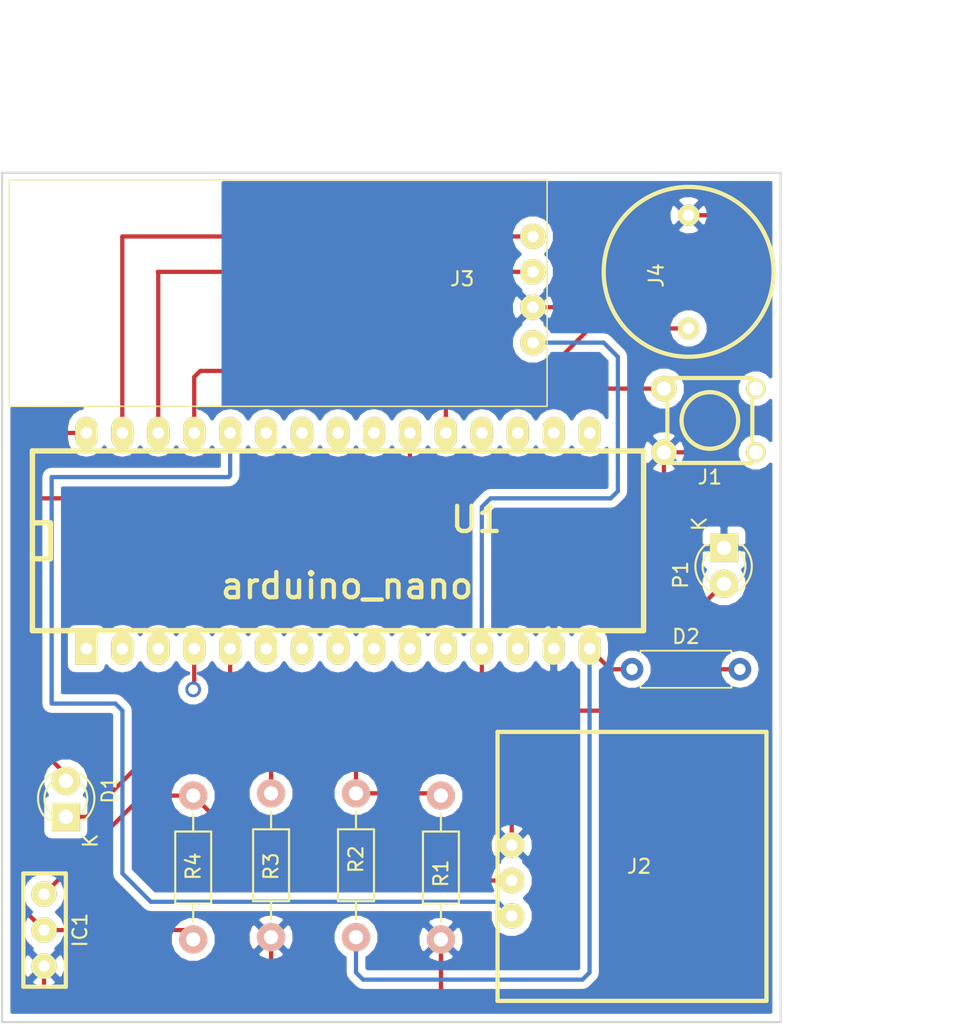
<source format=kicad_pcb>
(kicad_pcb (version 4) (host pcbnew 4.0.2-stable)

  (general
    (links 21)
    (no_connects 6)
    (area 99.825 88.15 173 160.075001)
    (thickness 1.6)
    (drawings 11)
    (tracks 110)
    (zones 0)
    (modules 13)
    (nets 35)
  )

  (page A4)
  (layers
    (0 F.Cu signal)
    (31 B.Cu signal)
    (32 B.Adhes user)
    (33 F.Adhes user)
    (34 B.Paste user)
    (35 F.Paste user)
    (36 B.SilkS user)
    (37 F.SilkS user)
    (38 B.Mask user)
    (39 F.Mask user)
    (40 Dwgs.User user)
    (41 Cmts.User user)
    (42 Eco1.User user)
    (43 Eco2.User user)
    (44 Edge.Cuts user)
    (45 Margin user)
    (46 B.CrtYd user)
    (47 F.CrtYd user)
    (48 B.Fab user)
    (49 F.Fab user)
  )

  (setup
    (last_trace_width 0.3)
    (trace_clearance 0.25)
    (zone_clearance 0.6)
    (zone_45_only yes)
    (trace_min 0.2)
    (segment_width 0.2)
    (edge_width 0.15)
    (via_size 1.1)
    (via_drill 0.7)
    (via_min_size 0.4)
    (via_min_drill 0.3)
    (uvia_size 0.508)
    (uvia_drill 0.127)
    (uvias_allowed no)
    (uvia_min_size 0.2)
    (uvia_min_drill 0.1)
    (pcb_text_width 0.3)
    (pcb_text_size 1.5 1.5)
    (mod_edge_width 0.15)
    (mod_text_size 1 1)
    (mod_text_width 0.15)
    (pad_size 1.8 1.8)
    (pad_drill 0.8)
    (pad_to_mask_clearance 0.2)
    (aux_axis_origin 0 0)
    (visible_elements 7FFFFFFF)
    (pcbplotparams
      (layerselection 0x010fc_80000001)
      (usegerberextensions true)
      (usegerberattributes true)
      (excludeedgelayer true)
      (linewidth 0.100000)
      (plotframeref true)
      (viasonmask false)
      (mode 1)
      (useauxorigin true)
      (hpglpennumber 1)
      (hpglpenspeed 20)
      (hpglpendiameter 15)
      (hpglpenoverlay 2)
      (psnegative false)
      (psa4output false)
      (plotreference true)
      (plotvalue true)
      (plotinvisibletext false)
      (padsonsilk true)
      (subtractmaskfromsilk false)
      (outputformat 1)
      (mirror false)
      (drillshape 0)
      (scaleselection 1)
      (outputdirectory GerberOutput/))
  )

  (net 0 "")
  (net 1 GNDREF)
  (net 2 "Net-(D1-Pad1)")
  (net 3 "Net-(D1-Pad2)")
  (net 4 "Net-(IC1-Pad3)")
  (net 5 "Net-(IC1-Pad2)")
  (net 6 "Net-(J1-Pad3)")
  (net 7 "Net-(J1-Pad1)")
  (net 8 "Net-(J1-Pad4)")
  (net 9 "Net-(J2-Pad1)")
  (net 10 +9V)
  (net 11 "Net-(U1-Pad1)")
  (net 12 "Net-(U1-Pad2)")
  (net 13 "Net-(U1-Pad3)")
  (net 14 "Net-(U1-Pad6)")
  (net 15 "Net-(U1-Pad7)")
  (net 16 "Net-(U1-Pad8)")
  (net 17 "Net-(U1-Pad9)")
  (net 18 "Net-(U1-Pad10)")
  (net 19 "Net-(U1-Pad11)")
  (net 20 "Net-(U1-Pad13)")
  (net 21 "Net-(U1-Pad16)")
  (net 22 "Net-(U1-Pad17)")
  (net 23 "Net-(U1-Pad18)")
  (net 24 GND)
  (net 25 "Net-(U1-Pad22)")
  (net 26 "Net-(U1-Pad23)")
  (net 27 "Net-(U1-Pad24)")
  (net 28 "Net-(U1-Pad25)")
  (net 29 "Net-(U1-Pad4)")
  (net 30 "Net-(D2-Pad1)")
  (net 31 "Net-(J3-Pad1)")
  (net 32 "Net-(R2-Pad1)")
  (net 33 "Net-(J4-Pad3)")
  (net 34 "Net-(J4-Pad4)")

  (net_class Default "Dies ist die voreingestellte Netzklasse."
    (clearance 0.25)
    (trace_width 0.3)
    (via_dia 1.1)
    (via_drill 0.7)
    (uvia_dia 0.508)
    (uvia_drill 0.127)
    (add_net +9V)
    (add_net GND)
    (add_net GNDREF)
    (add_net "Net-(D1-Pad1)")
    (add_net "Net-(D1-Pad2)")
    (add_net "Net-(D2-Pad1)")
    (add_net "Net-(IC1-Pad2)")
    (add_net "Net-(IC1-Pad3)")
    (add_net "Net-(J1-Pad1)")
    (add_net "Net-(J1-Pad3)")
    (add_net "Net-(J1-Pad4)")
    (add_net "Net-(J2-Pad1)")
    (add_net "Net-(J3-Pad1)")
    (add_net "Net-(J4-Pad3)")
    (add_net "Net-(J4-Pad4)")
    (add_net "Net-(R2-Pad1)")
    (add_net "Net-(U1-Pad1)")
    (add_net "Net-(U1-Pad10)")
    (add_net "Net-(U1-Pad11)")
    (add_net "Net-(U1-Pad13)")
    (add_net "Net-(U1-Pad16)")
    (add_net "Net-(U1-Pad17)")
    (add_net "Net-(U1-Pad18)")
    (add_net "Net-(U1-Pad2)")
    (add_net "Net-(U1-Pad22)")
    (add_net "Net-(U1-Pad23)")
    (add_net "Net-(U1-Pad24)")
    (add_net "Net-(U1-Pad25)")
    (add_net "Net-(U1-Pad3)")
    (add_net "Net-(U1-Pad4)")
    (add_net "Net-(U1-Pad6)")
    (add_net "Net-(U1-Pad7)")
    (add_net "Net-(U1-Pad8)")
    (add_net "Net-(U1-Pad9)")
  )

  (module myPiezzo:PIEZZO (layer F.Cu) (tedit 579E061D) (tstamp 57AEBB73)
    (at 148.5 107 270)
    (path /578A34FC)
    (fp_text reference J4 (at 0.254 2.286 270) (layer F.SilkS)
      (effects (font (size 1 1) (thickness 0.15)))
    )
    (fp_text value HC-06 (at 1 -2 270) (layer F.Fab)
      (effects (font (size 1 1) (thickness 0.15)))
    )
    (fp_circle (center 0 0) (end 6 0) (layer F.SilkS) (width 0.3))
    (pad 1 thru_hole circle (at 4 0 270) (size 1.524 1.524) (drill 0.8) (layers *.Cu *.Mask F.SilkS)
      (net 4 "Net-(IC1-Pad3)"))
    (pad 2 thru_hole circle (at -4 0 270) (size 1.524 1.524) (drill 0.8) (layers *.Cu *.Mask F.SilkS)
      (net 1 GNDREF))
  )

  (module LEDs:LED-3MM (layer F.Cu) (tedit 559B82F6) (tstamp 57AEBB3D)
    (at 104.5 145.5 90)
    (descr "LED 3mm round vertical")
    (tags "LED  3mm round vertical")
    (path /5788DA4B)
    (fp_text reference D1 (at 1.91 3.06 90) (layer F.SilkS)
      (effects (font (size 1 1) (thickness 0.15)))
    )
    (fp_text value LED (at 1.3 -2.9 90) (layer F.Fab)
      (effects (font (size 1 1) (thickness 0.15)))
    )
    (fp_line (start -1.2 2.3) (end 3.8 2.3) (layer F.CrtYd) (width 0.05))
    (fp_line (start 3.8 2.3) (end 3.8 -2.2) (layer F.CrtYd) (width 0.05))
    (fp_line (start 3.8 -2.2) (end -1.2 -2.2) (layer F.CrtYd) (width 0.05))
    (fp_line (start -1.2 -2.2) (end -1.2 2.3) (layer F.CrtYd) (width 0.05))
    (fp_line (start -0.199 1.314) (end -0.199 1.114) (layer F.SilkS) (width 0.15))
    (fp_line (start -0.199 -1.28) (end -0.199 -1.1) (layer F.SilkS) (width 0.15))
    (fp_arc (start 1.301 0.034) (end -0.199 -1.286) (angle 108.5) (layer F.SilkS) (width 0.15))
    (fp_arc (start 1.301 0.034) (end 0.25 -1.1) (angle 85.7) (layer F.SilkS) (width 0.15))
    (fp_arc (start 1.311 0.034) (end 3.051 0.994) (angle 110) (layer F.SilkS) (width 0.15))
    (fp_arc (start 1.301 0.034) (end 2.335 1.094) (angle 87.5) (layer F.SilkS) (width 0.15))
    (fp_text user K (at -1.69 1.74 90) (layer F.SilkS)
      (effects (font (size 1 1) (thickness 0.15)))
    )
    (pad 1 thru_hole rect (at 0 0 180) (size 2 2) (drill 1.00076) (layers *.Cu *.Mask F.SilkS)
      (net 2 "Net-(D1-Pad1)"))
    (pad 2 thru_hole circle (at 2.54 0 90) (size 2 2) (drill 1.00076) (layers *.Cu *.Mask F.SilkS)
      (net 3 "Net-(D1-Pad2)"))
    (model LEDs.3dshapes/LED-3MM.wrl
      (at (xyz 0.05 0 0))
      (scale (xyz 1 1 1))
      (rotate (xyz 0 0 90))
    )
  )

  (module DS18B20:DS18B20 (layer F.Cu) (tedit 58B2CEF4) (tstamp 57AEBB48)
    (at 105.5 153.5 270)
    (path /5788DF8B)
    (fp_text reference IC1 (at 0 0 270) (layer F.SilkS)
      (effects (font (size 1 1) (thickness 0.15)))
    )
    (fp_text value DS18B20 (at -0.5 4.5 270) (layer F.Fab)
      (effects (font (size 1 1) (thickness 0.15)))
    )
    (fp_line (start -4 1) (end 4 1) (layer F.SilkS) (width 0.3))
    (fp_line (start 4 1) (end 4 4) (layer F.SilkS) (width 0.3))
    (fp_line (start 4 4) (end -4 4) (layer F.SilkS) (width 0.3))
    (fp_line (start -4 4) (end -4 1) (layer F.SilkS) (width 0.3))
    (pad 3 thru_hole circle (at -2.54 2.54 270) (size 1.8 1.8) (drill 0.8) (layers *.Cu *.Mask F.SilkS)
      (net 4 "Net-(IC1-Pad3)"))
    (pad 2 thru_hole circle (at 0 2.54 270) (size 1.8 1.8) (drill 0.8) (layers *.Cu *.Mask F.SilkS)
      (net 5 "Net-(IC1-Pad2)"))
    (pad 1 thru_hole circle (at 2.54 2.54 270) (size 1.8 1.8) (drill 0.8) (layers *.Cu *.Mask F.SilkS)
      (net 1 GNDREF))
  )

  (module KHTaster:KHTaster (layer F.Cu) (tedit 58B2DE62) (tstamp 57AEBB55)
    (at 150 117.5 180)
    (path /578A6220)
    (fp_text reference J1 (at 0 -4 180) (layer F.SilkS)
      (effects (font (size 1 1) (thickness 0.15)))
    )
    (fp_text value KHTaster (at -1 -5.5 180) (layer F.Fab)
      (effects (font (size 1 1) (thickness 0.15)))
    )
    (fp_circle (center 0 0) (end 0 -2) (layer F.SilkS) (width 0.3))
    (fp_line (start -3 -3) (end -3 3) (layer F.SilkS) (width 0.3))
    (fp_line (start -3 3) (end 3 3) (layer F.SilkS) (width 0.3))
    (fp_line (start 3 3) (end 3 -3) (layer F.SilkS) (width 0.3))
    (fp_line (start 3 -3) (end -3 -3) (layer F.SilkS) (width 0.3))
    (pad 3 thru_hole circle (at -3.25 -2.25 180) (size 1.4 1.4) (drill 1) (layers *.Cu *.Mask F.SilkS)
      (net 6 "Net-(J1-Pad3)"))
    (pad 2 thru_hole circle (at 3.25 -2.25 180) (size 1.8 1.8) (drill 1) (layers *.Cu *.Mask F.SilkS)
      (net 1 GNDREF))
    (pad 1 thru_hole circle (at 3.25 2.25 180) (size 1.8 1.8) (drill 1) (layers *.Cu *.Mask F.SilkS)
      (net 7 "Net-(J1-Pad1)"))
    (pad 4 thru_hole circle (at -3.25 2.25 180) (size 1.4 1.4) (drill 1) (layers *.Cu *.Mask F.SilkS)
      (net 8 "Net-(J1-Pad4)"))
  )

  (module Transmitter433MHz:Transmitter433MHz (layer F.Cu) (tedit 58BD9F8C) (tstamp 57AEBB60)
    (at 136 145)
    (path /579E0D29)
    (fp_text reference J2 (at 9 4) (layer F.SilkS)
      (effects (font (size 1 1) (thickness 0.15)))
    )
    (fp_text value myPiezzo (at 8 -2) (layer F.Fab)
      (effects (font (size 1 1) (thickness 0.15)))
    )
    (fp_line (start 18 13.5) (end 18 -5.5) (layer F.SilkS) (width 0.3))
    (fp_line (start 18 -5.5) (end -1 -5.5) (layer F.SilkS) (width 0.3))
    (fp_line (start -1 -5.5) (end -1 13.5) (layer F.SilkS) (width 0.3))
    (fp_line (start -1 13.5) (end 18 13.5) (layer F.SilkS) (width 0.3))
    (pad 3 thru_hole circle (at 0 2.5) (size 1.8 1.8) (drill 0.8) (layers *.Cu *.Mask F.SilkS)
      (net 1 GNDREF))
    (pad 2 thru_hole circle (at 0 5) (size 1.8 1.8) (drill 0.8) (layers *.Cu *.Mask F.SilkS))
    (pad 1 thru_hole circle (at 0 7.5) (size 1.8 1.8) (drill 0.8) (layers *.Cu *.Mask F.SilkS)
      (net 9 "Net-(J2-Pad1)"))
  )

  (module LEDs:LED-3MM (layer F.Cu) (tedit 559B82F6) (tstamp 57AEBB84)
    (at 151 126.5 270)
    (descr "LED 3mm round vertical")
    (tags "LED  3mm round vertical")
    (path /579E1182)
    (fp_text reference P1 (at 1.91 3.06 270) (layer F.SilkS)
      (effects (font (size 1 1) (thickness 0.15)))
    )
    (fp_text value CONN_01X02 (at 1.3 -2.9 270) (layer F.Fab)
      (effects (font (size 1 1) (thickness 0.15)))
    )
    (fp_line (start -1.2 2.3) (end 3.8 2.3) (layer F.CrtYd) (width 0.05))
    (fp_line (start 3.8 2.3) (end 3.8 -2.2) (layer F.CrtYd) (width 0.05))
    (fp_line (start 3.8 -2.2) (end -1.2 -2.2) (layer F.CrtYd) (width 0.05))
    (fp_line (start -1.2 -2.2) (end -1.2 2.3) (layer F.CrtYd) (width 0.05))
    (fp_line (start -0.199 1.314) (end -0.199 1.114) (layer F.SilkS) (width 0.15))
    (fp_line (start -0.199 -1.28) (end -0.199 -1.1) (layer F.SilkS) (width 0.15))
    (fp_arc (start 1.301 0.034) (end -0.199 -1.286) (angle 108.5) (layer F.SilkS) (width 0.15))
    (fp_arc (start 1.301 0.034) (end 0.25 -1.1) (angle 85.7) (layer F.SilkS) (width 0.15))
    (fp_arc (start 1.311 0.034) (end 3.051 0.994) (angle 110) (layer F.SilkS) (width 0.15))
    (fp_arc (start 1.301 0.034) (end 2.335 1.094) (angle 87.5) (layer F.SilkS) (width 0.15))
    (fp_text user K (at -1.69 1.74 270) (layer F.SilkS)
      (effects (font (size 1 1) (thickness 0.15)))
    )
    (pad 1 thru_hole rect (at 0 0) (size 2 2) (drill 1.00076) (layers *.Cu *.Mask F.SilkS)
      (net 1 GNDREF))
    (pad 2 thru_hole circle (at 2.54 0 270) (size 2 2) (drill 1.00076) (layers *.Cu *.Mask F.SilkS)
      (net 10 +9V))
    (model LEDs.3dshapes/LED-3MM.wrl
      (at (xyz 0.05 0 0))
      (scale (xyz 1 1 1))
      (rotate (xyz 0 0 90))
    )
  )

  (module Resistors_ThroughHole:Resistor_Horizontal_RM10mm (layer F.Cu) (tedit 58BD9D55) (tstamp 57AEBB94)
    (at 131 144 270)
    (descr "Resistor, Axial,  RM 10mm, 1/3W")
    (tags "Resistor Axial RM 10mm 1/3W")
    (path /5788D779)
    (fp_text reference R1 (at 5.5 0 270) (layer F.SilkS)
      (effects (font (size 1 1) (thickness 0.15)))
    )
    (fp_text value 330 (at 5 9 270) (layer F.Fab)
      (effects (font (size 1 1) (thickness 0.15)))
    )
    (fp_line (start -1.25 -1.5) (end 11.4 -1.5) (layer F.CrtYd) (width 0.05))
    (fp_line (start -1.25 1.5) (end -1.25 -1.5) (layer F.CrtYd) (width 0.05))
    (fp_line (start 11.4 -1.5) (end 11.4 1.5) (layer F.CrtYd) (width 0.05))
    (fp_line (start -1.25 1.5) (end 11.4 1.5) (layer F.CrtYd) (width 0.05))
    (fp_line (start 2.54 -1.27) (end 7.62 -1.27) (layer F.SilkS) (width 0.15))
    (fp_line (start 7.62 -1.27) (end 7.62 1.27) (layer F.SilkS) (width 0.15))
    (fp_line (start 7.62 1.27) (end 2.54 1.27) (layer F.SilkS) (width 0.15))
    (fp_line (start 2.54 1.27) (end 2.54 -1.27) (layer F.SilkS) (width 0.15))
    (fp_line (start 2.54 0) (end 1.27 0) (layer F.SilkS) (width 0.15))
    (fp_line (start 7.62 0) (end 8.89 0) (layer F.SilkS) (width 0.15))
    (pad 1 thru_hole circle (at 0 0 270) (size 1.99898 1.99898) (drill 1.00076) (layers *.Cu *.SilkS *.Mask))
    (pad 2 thru_hole circle (at 10.16 0 270) (size 1.99898 1.99898) (drill 1.00076) (layers *.Cu *.SilkS *.Mask)
      (net 1 GNDREF))
    (model Resistors_ThroughHole.3dshapes/Resistor_Horizontal_RM10mm.wrl
      (at (xyz 0.2 0 0))
      (scale (xyz 0.4 0.4 0.4))
      (rotate (xyz 0 0 0))
    )
  )

  (module Resistors_ThroughHole:Resistor_Horizontal_RM10mm (layer F.Cu) (tedit 58BD9B3A) (tstamp 57AEBBA4)
    (at 125 154 90)
    (descr "Resistor, Axial,  RM 10mm, 1/3W")
    (tags "Resistor Axial RM 10mm 1/3W")
    (path /5788D7F7)
    (fp_text reference R2 (at 5.5 0 90) (layer F.SilkS)
      (effects (font (size 1 1) (thickness 0.15)))
    )
    (fp_text value 47K (at 5.08 3.81 90) (layer F.Fab)
      (effects (font (size 1 1) (thickness 0.15)))
    )
    (fp_line (start -1.25 -1.5) (end 11.4 -1.5) (layer F.CrtYd) (width 0.05))
    (fp_line (start -1.25 1.5) (end -1.25 -1.5) (layer F.CrtYd) (width 0.05))
    (fp_line (start 11.4 -1.5) (end 11.4 1.5) (layer F.CrtYd) (width 0.05))
    (fp_line (start -1.25 1.5) (end 11.4 1.5) (layer F.CrtYd) (width 0.05))
    (fp_line (start 2.54 -1.27) (end 7.62 -1.27) (layer F.SilkS) (width 0.15))
    (fp_line (start 7.62 -1.27) (end 7.62 1.27) (layer F.SilkS) (width 0.15))
    (fp_line (start 7.62 1.27) (end 2.54 1.27) (layer F.SilkS) (width 0.15))
    (fp_line (start 2.54 1.27) (end 2.54 -1.27) (layer F.SilkS) (width 0.15))
    (fp_line (start 2.54 0) (end 1.27 0) (layer F.SilkS) (width 0.15))
    (fp_line (start 7.62 0) (end 8.89 0) (layer F.SilkS) (width 0.15))
    (pad 1 thru_hole circle (at 0 0 90) (size 1.99898 1.99898) (drill 1.00076) (layers *.Cu *.SilkS *.Mask)
      (net 32 "Net-(R2-Pad1)"))
    (pad 2 thru_hole circle (at 10.16 0 90) (size 1.99898 1.99898) (drill 1.00076) (layers *.Cu *.SilkS *.Mask))
    (model Resistors_ThroughHole.3dshapes/Resistor_Horizontal_RM10mm.wrl
      (at (xyz 0.2 0 0))
      (scale (xyz 0.4 0.4 0.4))
      (rotate (xyz 0 0 0))
    )
  )

  (module Resistors_ThroughHole:Resistor_Horizontal_RM10mm (layer F.Cu) (tedit 58BD9D48) (tstamp 57AEBBB4)
    (at 119 154 90)
    (descr "Resistor, Axial,  RM 10mm, 1/3W")
    (tags "Resistor Axial RM 10mm 1/3W")
    (path /5788D863)
    (fp_text reference R3 (at 5 0 90) (layer F.SilkS)
      (effects (font (size 1 1) (thickness 0.15)))
    )
    (fp_text value 150K (at 4.5 2 90) (layer F.Fab)
      (effects (font (size 1 1) (thickness 0.15)))
    )
    (fp_line (start -1.25 -1.5) (end 11.4 -1.5) (layer F.CrtYd) (width 0.05))
    (fp_line (start -1.25 1.5) (end -1.25 -1.5) (layer F.CrtYd) (width 0.05))
    (fp_line (start 11.4 -1.5) (end 11.4 1.5) (layer F.CrtYd) (width 0.05))
    (fp_line (start -1.25 1.5) (end 11.4 1.5) (layer F.CrtYd) (width 0.05))
    (fp_line (start 2.54 -1.27) (end 7.62 -1.27) (layer F.SilkS) (width 0.15))
    (fp_line (start 7.62 -1.27) (end 7.62 1.27) (layer F.SilkS) (width 0.15))
    (fp_line (start 7.62 1.27) (end 2.54 1.27) (layer F.SilkS) (width 0.15))
    (fp_line (start 2.54 1.27) (end 2.54 -1.27) (layer F.SilkS) (width 0.15))
    (fp_line (start 2.54 0) (end 1.27 0) (layer F.SilkS) (width 0.15))
    (fp_line (start 7.62 0) (end 8.89 0) (layer F.SilkS) (width 0.15))
    (pad 1 thru_hole circle (at 0 0 90) (size 1.99898 1.99898) (drill 1.00076) (layers *.Cu *.SilkS *.Mask)
      (net 1 GNDREF))
    (pad 2 thru_hole circle (at 10.16 0 90) (size 1.99898 1.99898) (drill 1.00076) (layers *.Cu *.SilkS *.Mask)
      (net 32 "Net-(R2-Pad1)"))
    (model Resistors_ThroughHole.3dshapes/Resistor_Horizontal_RM10mm.wrl
      (at (xyz 0.2 0 0))
      (scale (xyz 0.4 0.4 0.4))
      (rotate (xyz 0 0 0))
    )
  )

  (module Resistors_ThroughHole:Resistor_Horizontal_RM10mm (layer F.Cu) (tedit 57AEBC62) (tstamp 57AEBBC4)
    (at 113.5 144 270)
    (descr "Resistor, Axial,  RM 10mm, 1/3W")
    (tags "Resistor Axial RM 10mm 1/3W")
    (path /5788D6A3)
    (fp_text reference R4 (at 5 0 450) (layer F.SilkS)
      (effects (font (size 1 1) (thickness 0.15)))
    )
    (fp_text value 4,7K (at 4.5 2.5 270) (layer F.Fab)
      (effects (font (size 1 1) (thickness 0.15)))
    )
    (fp_line (start -1.25 -1.5) (end 11.4 -1.5) (layer F.CrtYd) (width 0.05))
    (fp_line (start -1.25 1.5) (end -1.25 -1.5) (layer F.CrtYd) (width 0.05))
    (fp_line (start 11.4 -1.5) (end 11.4 1.5) (layer F.CrtYd) (width 0.05))
    (fp_line (start -1.25 1.5) (end 11.4 1.5) (layer F.CrtYd) (width 0.05))
    (fp_line (start 2.54 -1.27) (end 7.62 -1.27) (layer F.SilkS) (width 0.15))
    (fp_line (start 7.62 -1.27) (end 7.62 1.27) (layer F.SilkS) (width 0.15))
    (fp_line (start 7.62 1.27) (end 2.54 1.27) (layer F.SilkS) (width 0.15))
    (fp_line (start 2.54 1.27) (end 2.54 -1.27) (layer F.SilkS) (width 0.15))
    (fp_line (start 2.54 0) (end 1.27 0) (layer F.SilkS) (width 0.15))
    (fp_line (start 7.62 0) (end 8.89 0) (layer F.SilkS) (width 0.15))
    (pad 1 thru_hole circle (at 0 0 270) (size 1.99898 1.99898) (drill 1.00076) (layers *.Cu *.SilkS *.Mask)
      (net 4 "Net-(IC1-Pad3)"))
    (pad 2 thru_hole circle (at 10.16 0 270) (size 1.99898 1.99898) (drill 1.00076) (layers *.Cu *.SilkS *.Mask)
      (net 5 "Net-(IC1-Pad2)"))
    (model Resistors_ThroughHole.3dshapes/Resistor_Horizontal_RM10mm.wrl
      (at (xyz 0.2 0 0))
      (scale (xyz 0.4 0.4 0.4))
      (rotate (xyz 0 0 0))
    )
  )

  (module arduino:arduino_mini (layer F.Cu) (tedit 57AEBC83) (tstamp 57AEBBED)
    (at 125 126)
    (descr "30 pins DIL package, elliptical pads, width 600mil (arduino mini)")
    (tags "DIL arduino mini")
    (path /5788E7B1)
    (fp_text reference U1 (at 8.5 -1.5) (layer F.SilkS)
      (effects (font (size 1.778 1.778) (thickness 0.3048)))
    )
    (fp_text value arduino_nano (at -0.635 3.175) (layer F.SilkS)
      (effects (font (size 1.778 1.778) (thickness 0.3048)))
    )
    (fp_line (start -22.86 -6.35) (end 20.32 -6.35) (layer F.SilkS) (width 0.381))
    (fp_line (start 20.32 -6.35) (end 20.32 6.35) (layer F.SilkS) (width 0.381))
    (fp_line (start 20.32 6.35) (end -22.86 6.35) (layer F.SilkS) (width 0.381))
    (fp_line (start -22.86 6.35) (end -22.86 -6.35) (layer F.SilkS) (width 0.381))
    (fp_line (start -22.86 1.27) (end -21.59 1.27) (layer F.SilkS) (width 0.381))
    (fp_line (start -21.59 1.27) (end -21.59 -1.27) (layer F.SilkS) (width 0.381))
    (fp_line (start -21.59 -1.27) (end -22.86 -1.27) (layer F.SilkS) (width 0.381))
    (pad 1 thru_hole rect (at -19.05 7.62) (size 1.5748 2.286) (drill 0.8128) (layers *.Cu *.Mask F.SilkS)
      (net 11 "Net-(U1-Pad1)"))
    (pad 2 thru_hole oval (at -16.51 7.62) (size 1.5748 2.286) (drill 0.8128) (layers *.Cu *.Mask F.SilkS)
      (net 12 "Net-(U1-Pad2)"))
    (pad 3 thru_hole oval (at -13.97 7.62) (size 1.5748 2.286) (drill 0.8128) (layers *.Cu *.Mask F.SilkS)
      (net 13 "Net-(U1-Pad3)"))
    (pad 4 thru_hole oval (at -11.43 7.62) (size 1.5748 2.286) (drill 0.8128) (layers *.Cu *.Mask F.SilkS)
      (net 29 "Net-(U1-Pad4)"))
    (pad 5 thru_hole oval (at -8.89 7.62) (size 1.5748 2.286) (drill 0.8128) (layers *.Cu *.Mask F.SilkS)
      (net 32 "Net-(R2-Pad1)"))
    (pad 6 thru_hole oval (at -6.35 7.62) (size 1.5748 2.286) (drill 0.8128) (layers *.Cu *.Mask F.SilkS)
      (net 14 "Net-(U1-Pad6)"))
    (pad 7 thru_hole oval (at -3.81 7.62) (size 1.5748 2.286) (drill 0.8128) (layers *.Cu *.Mask F.SilkS)
      (net 15 "Net-(U1-Pad7)"))
    (pad 8 thru_hole oval (at -1.27 7.62) (size 1.5748 2.286) (drill 0.8128) (layers *.Cu *.Mask F.SilkS)
      (net 16 "Net-(U1-Pad8)"))
    (pad 9 thru_hole oval (at 1.27 7.62) (size 1.5748 2.286) (drill 0.8128) (layers *.Cu *.Mask F.SilkS)
      (net 17 "Net-(U1-Pad9)"))
    (pad 10 thru_hole oval (at 3.81 7.62) (size 1.5748 2.286) (drill 0.8128) (layers *.Cu *.Mask F.SilkS)
      (net 18 "Net-(U1-Pad10)"))
    (pad 11 thru_hole oval (at 6.35 7.62) (size 1.5748 2.286) (drill 0.8128) (layers *.Cu *.Mask F.SilkS)
      (net 19 "Net-(U1-Pad11)"))
    (pad 12 thru_hole oval (at 8.89 7.62) (size 1.5748 2.286) (drill 0.8128) (layers *.Cu *.Mask F.SilkS)
      (net 4 "Net-(IC1-Pad3)"))
    (pad 13 thru_hole oval (at 11.43 7.62) (size 1.5748 2.286) (drill 0.8128) (layers *.Cu *.Mask F.SilkS)
      (net 20 "Net-(U1-Pad13)"))
    (pad 14 thru_hole oval (at 13.97 7.62) (size 1.5748 2.286) (drill 0.8128) (layers *.Cu *.Mask F.SilkS)
      (net 1 GNDREF))
    (pad 15 thru_hole oval (at 16.51 7.62) (size 1.5748 2.286) (drill 0.8128) (layers *.Cu *.Mask F.SilkS)
      (net 30 "Net-(D2-Pad1)"))
    (pad 16 thru_hole oval (at 16.51 -7.62) (size 1.5748 2.286) (drill 0.8128) (layers *.Cu *.Mask F.SilkS)
      (net 21 "Net-(U1-Pad16)"))
    (pad 17 thru_hole oval (at 13.97 -7.62) (size 1.5748 2.286) (drill 0.8128) (layers *.Cu *.Mask F.SilkS)
      (net 22 "Net-(U1-Pad17)"))
    (pad 18 thru_hole oval (at 11.43 -7.62) (size 1.5748 2.286) (drill 0.8128) (layers *.Cu *.Mask F.SilkS)
      (net 23 "Net-(U1-Pad18)"))
    (pad 19 thru_hole oval (at 8.89 -7.62) (size 1.5748 2.286) (drill 0.8128) (layers *.Cu *.Mask F.SilkS)
      (net 24 GND))
    (pad 20 thru_hole oval (at 6.35 -7.62) (size 1.5748 2.286) (drill 0.8128) (layers *.Cu *.Mask F.SilkS)
      (net 7 "Net-(J1-Pad1)"))
    (pad 21 thru_hole oval (at 3.81 -7.62) (size 1.5748 2.286) (drill 0.8128) (layers *.Cu *.Mask F.SilkS)
      (net 3 "Net-(D1-Pad2)"))
    (pad 22 thru_hole oval (at 1.27 -7.62) (size 1.5748 2.286) (drill 0.8128) (layers *.Cu *.Mask F.SilkS)
      (net 25 "Net-(U1-Pad22)"))
    (pad 23 thru_hole oval (at -1.27 -7.62) (size 1.5748 2.286) (drill 0.8128) (layers *.Cu *.Mask F.SilkS)
      (net 26 "Net-(U1-Pad23)"))
    (pad 24 thru_hole oval (at -3.81 -7.62) (size 1.5748 2.286) (drill 0.8128) (layers *.Cu *.Mask F.SilkS)
      (net 27 "Net-(U1-Pad24)"))
    (pad 25 thru_hole oval (at -6.35 -7.62) (size 1.5748 2.286) (drill 0.8128) (layers *.Cu *.Mask F.SilkS)
      (net 28 "Net-(U1-Pad25)"))
    (pad 26 thru_hole oval (at -8.89 -7.62) (size 1.5748 2.286) (drill 0.8128) (layers *.Cu *.Mask F.SilkS)
      (net 31 "Net-(J3-Pad1)"))
    (pad 27 thru_hole oval (at -11.43 -7.62) (size 1.5748 2.286) (drill 0.8128) (layers *.Cu *.Mask F.SilkS)
      (net 9 "Net-(J2-Pad1)"))
    (pad 28 thru_hole oval (at -13.97 -7.62) (size 1.5748 2.286) (drill 0.8128) (layers *.Cu *.Mask F.SilkS)
      (net 33 "Net-(J4-Pad3)"))
    (pad 29 thru_hole oval (at -16.51 -7.62) (size 1.5748 2.286) (drill 0.8128) (layers *.Cu *.Mask F.SilkS)
      (net 34 "Net-(J4-Pad4)"))
    (pad 30 thru_hole oval (at -19.05 -7.62) (size 1.5748 2.286) (drill 0.8128) (layers *.Cu *.Mask F.SilkS)
      (net 5 "Net-(IC1-Pad2)"))
    (model arduino_nano.wrl
      (at (xyz -0.978 -0.385 0))
      (scale (xyz 0.3937 0.3937 0.3937))
      (rotate (xyz 0 0 0))
    )
  )

  (module HC-06:HC-06 (layer F.Cu) (tedit 58BD9BBB) (tstamp 57B43505)
    (at 137.5 109.5 180)
    (path /578A305F)
    (fp_text reference J3 (at 5 2 180) (layer F.SilkS)
      (effects (font (size 1 1) (thickness 0.15)))
    )
    (fp_text value Transmitter433MHz (at 11.5 -0.5 180) (layer F.Fab)
      (effects (font (size 1 1) (thickness 0.15)))
    )
    (fp_line (start -1 -7) (end 37 -7) (layer F.SilkS) (width 0))
    (fp_line (start 37 -7) (end 37 9) (layer F.SilkS) (width 0))
    (fp_line (start -1 9) (end 37 9) (layer F.SilkS) (width 0))
    (fp_line (start -1 -7) (end -1 9) (layer F.SilkS) (width 0))
    (pad 1 thru_hole circle (at 0 -2.5 180) (size 1.8 1.8) (drill 0.8) (layers *.Cu *.Mask F.SilkS)
      (net 31 "Net-(J3-Pad1)"))
    (pad 2 thru_hole circle (at 0 0 180) (size 1.8 1.8) (drill 0.8) (layers *.Cu *.Mask F.SilkS)
      (net 1 GNDREF))
    (pad 3 thru_hole circle (at 0 2.5 180) (size 1.8 1.8) (drill 0.8) (layers *.Cu *.Mask F.SilkS))
    (pad 4 thru_hole circle (at 0 5 180) (size 1.8 1.8) (drill 0.8) (layers *.Cu *.Mask F.SilkS))
  )

  (module Resistors_ThroughHole:R_Axial_DIN0207_L6.3mm_D2.5mm_P7.62mm_Horizontal (layer F.Cu) (tedit 5874F706) (tstamp 58B2DB13)
    (at 144.5 135.075001)
    (descr "Resistor, Axial_DIN0207 series, Axial, Horizontal, pin pitch=7.62mm, 0.25W = 1/4W, length*diameter=6.3*2.5mm^2, http://cdn-reichelt.de/documents/datenblatt/B400/1_4W%23YAG.pdf")
    (tags "Resistor Axial_DIN0207 series Axial Horizontal pin pitch 7.62mm 0.25W = 1/4W length 6.3mm diameter 2.5mm")
    (path /58B2CCBB)
    (fp_text reference D2 (at 3.81 -2.31) (layer F.SilkS)
      (effects (font (size 1 1) (thickness 0.15)))
    )
    (fp_text value 1n4001 (at 3.81 2.31) (layer F.Fab)
      (effects (font (size 1 1) (thickness 0.15)))
    )
    (fp_line (start 0.66 -1.25) (end 0.66 1.25) (layer F.Fab) (width 0.1))
    (fp_line (start 0.66 1.25) (end 6.96 1.25) (layer F.Fab) (width 0.1))
    (fp_line (start 6.96 1.25) (end 6.96 -1.25) (layer F.Fab) (width 0.1))
    (fp_line (start 6.96 -1.25) (end 0.66 -1.25) (layer F.Fab) (width 0.1))
    (fp_line (start 0 0) (end 0.66 0) (layer F.Fab) (width 0.1))
    (fp_line (start 7.62 0) (end 6.96 0) (layer F.Fab) (width 0.1))
    (fp_line (start 0.6 -0.98) (end 0.6 -1.31) (layer F.SilkS) (width 0.12))
    (fp_line (start 0.6 -1.31) (end 7.02 -1.31) (layer F.SilkS) (width 0.12))
    (fp_line (start 7.02 -1.31) (end 7.02 -0.98) (layer F.SilkS) (width 0.12))
    (fp_line (start 0.6 0.98) (end 0.6 1.31) (layer F.SilkS) (width 0.12))
    (fp_line (start 0.6 1.31) (end 7.02 1.31) (layer F.SilkS) (width 0.12))
    (fp_line (start 7.02 1.31) (end 7.02 0.98) (layer F.SilkS) (width 0.12))
    (fp_line (start -1.05 -1.6) (end -1.05 1.6) (layer F.CrtYd) (width 0.05))
    (fp_line (start -1.05 1.6) (end 8.7 1.6) (layer F.CrtYd) (width 0.05))
    (fp_line (start 8.7 1.6) (end 8.7 -1.6) (layer F.CrtYd) (width 0.05))
    (fp_line (start 8.7 -1.6) (end -1.05 -1.6) (layer F.CrtYd) (width 0.05))
    (pad 1 thru_hole circle (at 0 0) (size 1.6 1.6) (drill 0.8) (layers *.Cu *.Mask)
      (net 30 "Net-(D2-Pad1)"))
    (pad 2 thru_hole oval (at 7.62 0) (size 1.6 1.6) (drill 0.8) (layers *.Cu *.Mask)
      (net 10 +9V))
    (model Resistors_THT.3dshapes/R_Axial_DIN0207_L6.3mm_D2.5mm_P7.62mm_Horizontal.wrl
      (at (xyz 0 0 0))
      (scale (xyz 0.393701 0.393701 0.393701))
      (rotate (xyz 0 0 0))
    )
  )

  (gr_text + (at 148.5 108.5) (layer F.Cu)
    (effects (font (size 1.5 1.5) (thickness 0.3)))
  )
  (gr_text + (at 105.5 150.5) (layer F.Cu)
    (effects (font (size 1.5 1.5) (thickness 0.3)))
  )
  (gr_text - (at 105.5 156) (layer F.Cu)
    (effects (font (size 1.5 1.5) (thickness 0.3)))
  )
  (gr_text + (at 106.5 141) (layer F.Cu)
    (effects (font (size 1.5 1.5) (thickness 0.3)))
  )
  (gr_text + (at 151 131.5) (layer F.Cu)
    (effects (font (size 1.5 1.5) (thickness 0.3)))
  )
  (gr_line (start 155 160) (end 155 100) (angle 90) (layer Edge.Cuts) (width 0.15))
  (gr_line (start 100 160) (end 155 160) (angle 90) (layer Edge.Cuts) (width 0.15))
  (gr_line (start 100 100) (end 100 160) (angle 90) (layer Edge.Cuts) (width 0.15))
  (gr_line (start 155 100) (end 100 100) (angle 90) (layer Edge.Cuts) (width 0.15))
  (dimension 60 (width 0.3) (layer Dwgs.User)
    (gr_text "60,000 mm" (at 166.35 130 270) (layer Dwgs.User)
      (effects (font (size 1.5 1.5) (thickness 0.3)))
    )
    (feature1 (pts (xy 163 160) (xy 167.7 160)))
    (feature2 (pts (xy 163 100) (xy 167.7 100)))
    (crossbar (pts (xy 165 100) (xy 165 160)))
    (arrow1a (pts (xy 165 160) (xy 164.413579 158.873496)))
    (arrow1b (pts (xy 165 160) (xy 165.586421 158.873496)))
    (arrow2a (pts (xy 165 100) (xy 164.413579 101.126504)))
    (arrow2b (pts (xy 165 100) (xy 165.586421 101.126504)))
  )
  (dimension 55 (width 0.3) (layer Dwgs.User)
    (gr_text "55,000 mm" (at 127.5 89.65) (layer Dwgs.User)
      (effects (font (size 1.5 1.5) (thickness 0.3)))
    )
    (feature1 (pts (xy 155 94) (xy 155 88.3)))
    (feature2 (pts (xy 100 94) (xy 100 88.3)))
    (crossbar (pts (xy 100 91) (xy 155 91)))
    (arrow1a (pts (xy 155 91) (xy 153.873496 91.586421)))
    (arrow1b (pts (xy 155 91) (xy 153.873496 90.413579)))
    (arrow2a (pts (xy 100 91) (xy 101.126504 91.586421)))
    (arrow2b (pts (xy 100 91) (xy 101.126504 90.413579)))
  )

  (segment (start 136 147.5) (end 136 139.44) (width 0.3) (layer F.Cu) (net 1))
  (segment (start 136 139.44) (end 138.97 136.47) (width 0.3) (layer F.Cu) (net 1) (tstamp 57B56667))
  (segment (start 151 126.5) (end 146 126.5) (width 0.3) (layer F.Cu) (net 1))
  (segment (start 146 126.5) (end 146.5 126) (width 0.3) (layer F.Cu) (net 1) (tstamp 57B565FC))
  (segment (start 142 109.5) (end 148.5 103) (width 0.3) (layer F.Cu) (net 1) (tstamp 57B43534))
  (segment (start 102.96 156.04) (end 102.96 158.46) (width 0.3) (layer F.Cu) (net 1))
  (segment (start 102.96 158.46) (end 103.5 159) (width 0.3) (layer F.Cu) (net 1) (tstamp 57AEBFAF))
  (segment (start 138.97 133.62) (end 138.97 136.47) (width 0.3) (layer F.Cu) (net 1))
  (segment (start 138.97 136.47) (end 140.5 138) (width 0.3) (layer F.Cu) (net 1) (tstamp 57AEBF69))
  (segment (start 146.75 119.75) (end 146.75 125.75) (width 0.3) (layer F.Cu) (net 1))
  (segment (start 138.97 127.53) (end 138.97 133.62) (width 0.3) (layer F.Cu) (net 1) (tstamp 57AEBF61))
  (segment (start 140 126.5) (end 138.97 127.53) (width 0.3) (layer F.Cu) (net 1) (tstamp 57AEBF60))
  (segment (start 146 126.5) (end 140 126.5) (width 0.3) (layer F.Cu) (net 1) (tstamp 57AEBF5F))
  (segment (start 146.75 125.75) (end 146.5 126) (width 0.3) (layer F.Cu) (net 1) (tstamp 57AEBF5E))
  (segment (start 146.5 126) (end 146 126.5) (width 0.3) (layer F.Cu) (net 1) (tstamp 57B56602))
  (segment (start 146.75 119.75) (end 150.25 119.75) (width 0.3) (layer F.Cu) (net 1))
  (segment (start 150.5 103) (end 148.5 103) (width 0.3) (layer F.Cu) (net 1) (tstamp 57AEBF57))
  (segment (start 151 103.5) (end 150.5 103) (width 0.3) (layer F.Cu) (net 1) (tstamp 57AEBF56))
  (segment (start 151 119) (end 151 103.5) (width 0.3) (layer F.Cu) (net 1) (tstamp 57AEBF55))
  (segment (start 150.25 119.75) (end 151 119) (width 0.3) (layer F.Cu) (net 1) (tstamp 57AEBF54))
  (segment (start 136 150) (end 133.5 150) (width 0.3) (layer F.Cu) (net 1))
  (segment (start 103.5 159) (end 119 159) (width 0.3) (layer F.Cu) (net 1) (tstamp 57AEBFB0))
  (segment (start 140.5 138) (end 151.5 138) (width 0.3) (layer F.Cu) (net 1) (tstamp 57AEBF6A))
  (segment (start 133.89 150) (end 133.5 150) (width 0.3) (layer F.Cu) (net 1) (tstamp 57B566FA))
  (segment (start 133.5 150) (end 119.5 150) (width 0.3) (layer F.Cu) (net 1) (tstamp 57B56701))
  (segment (start 151.5 148) (end 151.5 138) (width 0.3) (layer F.Cu) (net 1) (tstamp 57AEBFBB))
  (segment (start 131 159) (end 119 159) (width 0.3) (layer F.Cu) (net 1) (tstamp 57AEBFB4))
  (segment (start 131 159) (end 151 159) (width 0.3) (layer F.Cu) (net 1))
  (segment (start 151.5 158.5) (end 151.5 148) (width 0.3) (layer F.Cu) (net 1) (tstamp 57AEBFD1))
  (segment (start 151 159) (end 151.5 158.5) (width 0.3) (layer F.Cu) (net 1) (tstamp 57AEBFD0))
  (segment (start 137.5 109.5) (end 142 109.5) (width 0.3) (layer F.Cu) (net 1))
  (segment (start 131 154.16) (end 131 159) (width 0.3) (layer F.Cu) (net 2))
  (segment (start 104.5 145.5) (end 106 145.5) (width 0.3) (layer F.Cu) (net 2))
  (segment (start 106 145.5) (end 110 141.5) (width 0.3) (layer F.Cu) (net 2) (tstamp 57AEBFE2))
  (segment (start 110 141.5) (end 119 141.5) (width 0.3) (layer F.Cu) (net 2) (tstamp 57AEBFE4))
  (segment (start 104.5 142.96) (end 104.5 142.5) (width 0.3) (layer F.Cu) (net 3))
  (segment (start 104.5 142.5) (end 102 140) (width 0.3) (layer F.Cu) (net 3) (tstamp 57AEBFDB))
  (segment (start 102 140) (end 102 123) (width 0.3) (layer F.Cu) (net 3) (tstamp 57AEBFDC))
  (segment (start 102 123) (end 128.5 123) (width 0.3) (layer F.Cu) (net 3) (tstamp 57AEBFDD))
  (segment (start 128.5 123) (end 128.81 122.69) (width 0.3) (layer F.Cu) (net 3) (tstamp 57AEBFDE))
  (segment (start 128.81 122.69) (end 128.81 118.38) (width 0.3) (layer F.Cu) (net 3) (tstamp 57AEBFDF))
  (segment (start 133.89 133.62) (end 133.89 150) (width 0.3) (layer F.Cu) (net 4))
  (segment (start 119.5 150) (end 113.5 144) (width 0.3) (layer F.Cu) (net 4) (tstamp 57B56679))
  (segment (start 133.89 123.61) (end 133.89 133.62) (width 0.3) (layer B.Cu) (net 4) (tstamp 57B435B8))
  (segment (start 134.5 123) (end 133.89 123.61) (width 0.3) (layer B.Cu) (net 4) (tstamp 57B435AF))
  (segment (start 143 123) (end 134.5 123) (width 0.3) (layer B.Cu) (net 4) (tstamp 57B435A5))
  (segment (start 143.5 122.5) (end 143 123) (width 0.3) (layer B.Cu) (net 4) (tstamp 57B435A2))
  (segment (start 143.5 113) (end 143.5 122.5) (width 0.3) (layer B.Cu) (net 4) (tstamp 57B4359F))
  (via (at 133.89 133.62) (size 1.1) (drill 0.7) (layers F.Cu B.Cu) (net 4))
  (segment (start 113.5 144) (end 109.92 144) (width 0.3) (layer F.Cu) (net 4))
  (segment (start 109.92 144) (end 102.96 150.96) (width 0.3) (layer F.Cu) (net 4) (tstamp 57AEBFC5))
  (segment (start 148.5 111) (end 141.5 111) (width 0.3) (layer F.Cu) (net 4))
  (segment (start 141.5 111) (end 138.5 114) (width 0.3) (layer F.Cu) (net 4) (tstamp 57B43538))
  (segment (start 138.5 114) (end 114 114) (width 0.3) (layer F.Cu) (net 4) (tstamp 57B4353C))
  (segment (start 142.5 112) (end 143.5 113) (width 0.3) (layer B.Cu) (net 4) (tstamp 57B4359A))
  (segment (start 114 114) (end 113.57 114.43) (width 0.3) (layer F.Cu) (net 4) (tstamp 57B43547))
  (segment (start 105.95 118.38) (end 101.62 118.38) (width 0.3) (layer F.Cu) (net 5))
  (segment (start 101 151.54) (end 102.96 153.5) (width 0.3) (layer F.Cu) (net 5) (tstamp 57AEBFCB))
  (segment (start 101 119) (end 101 151.54) (width 0.3) (layer F.Cu) (net 5) (tstamp 57AEBFCA))
  (segment (start 101.62 118.38) (end 101 119) (width 0.3) (layer F.Cu) (net 5) (tstamp 57AEBFC9))
  (segment (start 102.96 153.5) (end 112.84 153.5) (width 0.3) (layer F.Cu) (net 5))
  (segment (start 112.84 153.5) (end 113.5 154.16) (width 0.3) (layer F.Cu) (net 5) (tstamp 57AEBFB7))
  (segment (start 146.75 115.25) (end 132.25 115.25) (width 0.3) (layer F.Cu) (net 7))
  (segment (start 131.35 116.15) (end 131.35 118.38) (width 0.3) (layer F.Cu) (net 7) (tstamp 57AEBF5B))
  (segment (start 132.25 115.25) (end 131.35 116.15) (width 0.3) (layer F.Cu) (net 7) (tstamp 57AEBF5A))
  (segment (start 103.5 121.5) (end 116 121.5) (width 0.3) (layer B.Cu) (net 9))
  (segment (start 135 151.5) (end 110.5 151.5) (width 0.3) (layer B.Cu) (net 9) (tstamp 57B56685))
  (segment (start 110.5 151.5) (end 108.5 149.5) (width 0.3) (layer B.Cu) (net 9) (tstamp 57B56694))
  (segment (start 108.5 149.5) (end 108.5 138) (width 0.3) (layer B.Cu) (net 9) (tstamp 57B56698))
  (segment (start 108.5 138) (end 108 137.5) (width 0.3) (layer B.Cu) (net 9) (tstamp 57B5669F))
  (segment (start 108 137.5) (end 103.5 137.5) (width 0.3) (layer B.Cu) (net 9) (tstamp 57B566A0))
  (segment (start 103.5 137.5) (end 103.5 121.5) (width 0.3) (layer B.Cu) (net 9) (tstamp 57B566A7))
  (segment (start 136 152.5) (end 135 151.5) (width 0.3) (layer B.Cu) (net 9) (tstamp 57B56684))
  (via (at 136 152.5) (size 1.1) (drill 0.7) (layers F.Cu B.Cu) (net 9))
  (segment (start 113.57 114.43) (end 113.57 118.38) (width 0.3) (layer F.Cu) (net 9) (tstamp 57B4354A))
  (segment (start 152.12 135.075001) (end 149.075001 135.075001) (width 0.3) (layer F.Cu) (net 10))
  (segment (start 149 131) (end 149 135) (width 0.3) (layer F.Cu) (net 10) (tstamp 58B2DCBA))
  (segment (start 149 131) (end 150.96 129.04) (width 0.3) (layer F.Cu) (net 10) (tstamp 58B2DCAE))
  (segment (start 149.075001 135.075001) (end 149 135) (width 0.3) (layer F.Cu) (net 10) (tstamp 58B2DCCB))
  (segment (start 151 129.04) (end 150.96 129.04) (width 0.3) (layer F.Cu) (net 10))
  (segment (start 113.57 133.62) (end 113.57 136.43) (width 0.3) (layer F.Cu) (net 29))
  (via (at 113.5 136.5) (size 1.1) (drill 0.7) (layers F.Cu B.Cu) (net 29))
  (segment (start 113.57 136.43) (end 113.5 136.5) (width 0.3) (layer F.Cu) (net 29) (tstamp 57B56587))
  (segment (start 119 159) (end 119 154) (width 0.3) (layer F.Cu) (net 30) (tstamp 57AEBFB1))
  (segment (start 144.5 135.075001) (end 142.965001 135.075001) (width 0.3) (layer F.Cu) (net 30))
  (segment (start 142.965001 135.075001) (end 141.51 133.62) (width 0.3) (layer F.Cu) (net 30) (tstamp 58B2DBFC))
  (via (at 141.51 133.62) (size 1.1) (drill 0.7) (layers F.Cu B.Cu) (net 30))
  (segment (start 141.51 133.62) (end 141.5 133.63) (width 0.3) (layer B.Cu) (net 30) (tstamp 57AEC000))
  (segment (start 141.5 133.63) (end 141.5 156.5) (width 0.3) (layer B.Cu) (net 30) (tstamp 57AEC001))
  (segment (start 141.5 156.5) (end 141 157) (width 0.3) (layer B.Cu) (net 30) (tstamp 57AEC002))
  (segment (start 141 157) (end 125.5 157) (width 0.3) (layer B.Cu) (net 30) (tstamp 57AEC003))
  (segment (start 125.5 157) (end 125 156.5) (width 0.3) (layer B.Cu) (net 30) (tstamp 57AEC004))
  (segment (start 137.5 112) (end 142.5 112) (width 0.3) (layer B.Cu) (net 31))
  (segment (start 116.11 121.39) (end 116.11 118.38) (width 0.3) (layer B.Cu) (net 31) (tstamp 57B566B7))
  (segment (start 116 121.5) (end 116.11 121.39) (width 0.3) (layer B.Cu) (net 31) (tstamp 57B566B3))
  (segment (start 125 143.84) (end 125 140) (width 0.3) (layer F.Cu) (net 32))
  (segment (start 125 140) (end 117 140) (width 0.3) (layer F.Cu) (net 32) (tstamp 57AEBFE8))
  (segment (start 125 143.84) (end 130.84 143.84) (width 0.3) (layer F.Cu) (net 32))
  (segment (start 130.84 143.84) (end 131 144) (width 0.3) (layer F.Cu) (net 32) (tstamp 57AEBFC2))
  (segment (start 117 140) (end 116.11 139.11) (width 0.3) (layer F.Cu) (net 32) (tstamp 57AEBFE9))
  (segment (start 119 141.5) (end 119 143.84) (width 0.3) (layer F.Cu) (net 32) (tstamp 57AEBFE5))
  (segment (start 125 156.5) (end 125 154) (width 0.3) (layer B.Cu) (net 32) (tstamp 57AEC005))
  (via (at 125 154) (size 1.1) (drill 0.7) (layers F.Cu B.Cu) (net 32))
  (segment (start 116.11 139.11) (end 116.11 133.62) (width 0.3) (layer F.Cu) (net 32) (tstamp 57AEBFEA))
  (segment (start 137.5 107) (end 111 107) (width 0.3) (layer F.Cu) (net 33))
  (segment (start 111 107) (end 111.03 107.03) (width 0.3) (layer F.Cu) (net 33) (tstamp 57B43530))
  (segment (start 111.03 107.03) (end 111.03 118.38) (width 0.3) (layer F.Cu) (net 33) (tstamp 57B43531))
  (segment (start 137.5 104.5) (end 108.5 104.5) (width 0.3) (layer F.Cu) (net 34))
  (segment (start 108.49 104.51) (end 108.49 118.38) (width 0.3) (layer F.Cu) (net 34) (tstamp 57B4352D))
  (segment (start 108.5 104.5) (end 108.49 104.51) (width 0.3) (layer F.Cu) (net 34) (tstamp 57B4352C))

  (zone (net 1) (net_name GNDREF) (layer B.Cu) (tstamp 57AEC053) (hatch edge 0.508)
    (connect_pads (clearance 0.508))
    (min_thickness 0.254)
    (fill yes (arc_segments 16) (thermal_gap 0.508) (thermal_bridge_width 0.5))
    (polygon
      (pts
        (xy 155 160) (xy 100 160) (xy 100 116.5) (xy 115.5 116.5) (xy 115.5 100)
        (xy 155 100) (xy 155 160)
      )
    )
    (filled_polygon
      (pts
        (xy 154.29 114.402192) (xy 154.007204 114.118902) (xy 153.516713 113.915232) (xy 152.985617 113.914769) (xy 152.494771 114.117582)
        (xy 152.118902 114.492796) (xy 151.915232 114.983287) (xy 151.914769 115.514383) (xy 152.117582 116.005229) (xy 152.492796 116.381098)
        (xy 152.983287 116.584768) (xy 153.514383 116.585231) (xy 154.005229 116.382418) (xy 154.29 116.098143) (xy 154.29 118.902192)
        (xy 154.007204 118.618902) (xy 153.516713 118.415232) (xy 152.985617 118.414769) (xy 152.494771 118.617582) (xy 152.118902 118.992796)
        (xy 151.915232 119.483287) (xy 151.914769 120.014383) (xy 152.117582 120.505229) (xy 152.492796 120.881098) (xy 152.983287 121.084768)
        (xy 153.514383 121.085231) (xy 154.005229 120.882418) (xy 154.29 120.598143) (xy 154.29 159.29) (xy 100.71 159.29)
        (xy 100.71 157.117583) (xy 102.056365 157.117583) (xy 102.142428 157.374552) (xy 102.715373 157.585837) (xy 103.32556 157.561781)
        (xy 103.777572 157.374552) (xy 103.863635 157.117583) (xy 102.96 156.213948) (xy 102.056365 157.117583) (xy 100.71 157.117583)
        (xy 100.71 155.795373) (xy 101.414163 155.795373) (xy 101.438219 156.40556) (xy 101.625448 156.857572) (xy 101.882417 156.943635)
        (xy 102.786052 156.04) (xy 103.133948 156.04) (xy 104.037583 156.943635) (xy 104.294552 156.857572) (xy 104.505837 156.284627)
        (xy 104.481781 155.67444) (xy 104.294552 155.222428) (xy 104.037583 155.136365) (xy 103.133948 156.04) (xy 102.786052 156.04)
        (xy 101.882417 155.136365) (xy 101.625448 155.222428) (xy 101.414163 155.795373) (xy 100.71 155.795373) (xy 100.71 151.263991)
        (xy 101.424735 151.263991) (xy 101.657932 151.828371) (xy 102.059182 152.230323) (xy 101.659449 152.629357) (xy 101.425267 153.19333)
        (xy 101.424735 153.803991) (xy 101.657932 154.368371) (xy 102.089357 154.800551) (xy 102.107986 154.808286) (xy 102.056365 154.962417)
        (xy 102.96 155.866052) (xy 103.863635 154.962417) (xy 103.812173 154.808761) (xy 103.828371 154.802068) (xy 104.147302 154.483694)
        (xy 111.865226 154.483694) (xy 112.113538 155.084655) (xy 112.572927 155.544846) (xy 113.173453 155.794206) (xy 113.823694 155.794774)
        (xy 114.424655 155.546462) (xy 114.822239 155.14957) (xy 118.024379 155.14957) (xy 118.12263 155.416857) (xy 118.731624 155.644761)
        (xy 119.381476 155.622264) (xy 119.87737 155.416857) (xy 119.975621 155.14957) (xy 119 154.173948) (xy 118.024379 155.14957)
        (xy 114.822239 155.14957) (xy 114.884846 155.087073) (xy 115.134206 154.486547) (xy 115.134774 153.836306) (xy 115.091521 153.731624)
        (xy 117.355239 153.731624) (xy 117.377736 154.381476) (xy 117.583143 154.87737) (xy 117.85043 154.975621) (xy 118.826052 154)
        (xy 119.173948 154) (xy 120.14957 154.975621) (xy 120.416857 154.87737) (xy 120.624059 154.323694) (xy 123.365226 154.323694)
        (xy 123.613538 154.924655) (xy 124.072927 155.384846) (xy 124.215 155.44384) (xy 124.215 156.5) (xy 124.274755 156.800407)
        (xy 124.444921 157.055079) (xy 124.944921 157.555079) (xy 125.199594 157.725245) (xy 125.5 157.785) (xy 141 157.785)
        (xy 141.300407 157.725245) (xy 141.555079 157.555079) (xy 142.055079 157.055079) (xy 142.225245 156.800406) (xy 142.285 156.5)
        (xy 142.285 135.359188) (xy 143.064752 135.359188) (xy 143.282757 135.886801) (xy 143.686077 136.290825) (xy 144.213309 136.509751)
        (xy 144.784187 136.510249) (xy 145.3118 136.292244) (xy 145.715824 135.888924) (xy 145.93475 135.361692) (xy 145.935 135.075001)
        (xy 150.656887 135.075001) (xy 150.76612 135.624152) (xy 151.077189 136.089699) (xy 151.542736 136.400768) (xy 152.091887 136.510001)
        (xy 152.148113 136.510001) (xy 152.697264 136.400768) (xy 153.162811 136.089699) (xy 153.47388 135.624152) (xy 153.583113 135.075001)
        (xy 153.47388 134.52585) (xy 153.162811 134.060303) (xy 152.697264 133.749234) (xy 152.148113 133.640001) (xy 152.091887 133.640001)
        (xy 151.542736 133.749234) (xy 151.077189 134.060303) (xy 150.76612 134.52585) (xy 150.656887 135.075001) (xy 145.935 135.075001)
        (xy 145.935248 134.790814) (xy 145.717243 134.263201) (xy 145.313923 133.859177) (xy 144.786691 133.640251) (xy 144.215813 133.639753)
        (xy 143.6882 133.857758) (xy 143.284176 134.261078) (xy 143.06525 134.78831) (xy 143.064752 135.359188) (xy 142.285 135.359188)
        (xy 142.285 135.17043) (xy 142.515789 135.016222) (xy 142.824126 134.554762) (xy 142.9324 134.010433) (xy 142.9324 133.229567)
        (xy 142.824126 132.685238) (xy 142.515789 132.223778) (xy 142.054329 131.915441) (xy 141.51 131.807167) (xy 140.965671 131.915441)
        (xy 140.504211 132.223778) (xy 140.240532 132.618403) (xy 140.237056 132.606434) (xy 139.888814 132.171637) (xy 139.400691 131.903204)
        (xy 139.313165 131.884016) (xy 139.093 132.00675) (xy 139.093 133.497) (xy 139.113 133.497) (xy 139.113 133.743)
        (xy 139.093 133.743) (xy 139.093 135.23325) (xy 139.313165 135.355984) (xy 139.400691 135.336796) (xy 139.888814 135.068363)
        (xy 140.237056 134.633566) (xy 140.240532 134.621597) (xy 140.504211 135.016222) (xy 140.715 135.157066) (xy 140.715 156.174842)
        (xy 140.674842 156.215) (xy 125.825158 156.215) (xy 125.785 156.174842) (xy 125.785 155.444166) (xy 125.924655 155.386462)
        (xy 126.001681 155.30957) (xy 130.024379 155.30957) (xy 130.12263 155.576857) (xy 130.731624 155.804761) (xy 131.381476 155.782264)
        (xy 131.87737 155.576857) (xy 131.975621 155.30957) (xy 131 154.333948) (xy 130.024379 155.30957) (xy 126.001681 155.30957)
        (xy 126.384846 154.927073) (xy 126.634206 154.326547) (xy 126.634585 153.891624) (xy 129.355239 153.891624) (xy 129.377736 154.541476)
        (xy 129.583143 155.03737) (xy 129.85043 155.135621) (xy 130.826052 154.16) (xy 131.173948 154.16) (xy 132.14957 155.135621)
        (xy 132.416857 155.03737) (xy 132.644761 154.428376) (xy 132.622264 153.778524) (xy 132.416857 153.28263) (xy 132.14957 153.184379)
        (xy 131.173948 154.16) (xy 130.826052 154.16) (xy 129.85043 153.184379) (xy 129.583143 153.28263) (xy 129.355239 153.891624)
        (xy 126.634585 153.891624) (xy 126.634774 153.676306) (xy 126.386462 153.075345) (xy 126.321661 153.01043) (xy 130.024379 153.01043)
        (xy 131 153.986052) (xy 131.975621 153.01043) (xy 131.87737 152.743143) (xy 131.268376 152.515239) (xy 130.618524 152.537736)
        (xy 130.12263 152.743143) (xy 130.024379 153.01043) (xy 126.321661 153.01043) (xy 125.927073 152.615154) (xy 125.326547 152.365794)
        (xy 124.676306 152.365226) (xy 124.075345 152.613538) (xy 123.615154 153.072927) (xy 123.365794 153.673453) (xy 123.365226 154.323694)
        (xy 120.624059 154.323694) (xy 120.644761 154.268376) (xy 120.622264 153.618524) (xy 120.416857 153.12263) (xy 120.14957 153.024379)
        (xy 119.173948 154) (xy 118.826052 154) (xy 117.85043 153.024379) (xy 117.583143 153.12263) (xy 117.355239 153.731624)
        (xy 115.091521 153.731624) (xy 114.886462 153.235345) (xy 114.502218 152.85043) (xy 118.024379 152.85043) (xy 119 153.826052)
        (xy 119.975621 152.85043) (xy 119.87737 152.583143) (xy 119.268376 152.355239) (xy 118.618524 152.377736) (xy 118.12263 152.583143)
        (xy 118.024379 152.85043) (xy 114.502218 152.85043) (xy 114.427073 152.775154) (xy 113.826547 152.525794) (xy 113.176306 152.525226)
        (xy 112.575345 152.773538) (xy 112.115154 153.232927) (xy 111.865794 153.833453) (xy 111.865226 154.483694) (xy 104.147302 154.483694)
        (xy 104.260551 154.370643) (xy 104.494733 153.80667) (xy 104.495265 153.196009) (xy 104.262068 152.631629) (xy 103.860818 152.229677)
        (xy 104.260551 151.830643) (xy 104.494733 151.26667) (xy 104.495265 150.656009) (xy 104.262068 150.091629) (xy 103.830643 149.659449)
        (xy 103.26667 149.425267) (xy 102.656009 149.424735) (xy 102.091629 149.657932) (xy 101.659449 150.089357) (xy 101.425267 150.65333)
        (xy 101.424735 151.263991) (xy 100.71 151.263991) (xy 100.71 144.5) (xy 102.85256 144.5) (xy 102.85256 146.5)
        (xy 102.896838 146.735317) (xy 103.03591 146.951441) (xy 103.24811 147.096431) (xy 103.5 147.14744) (xy 105.5 147.14744)
        (xy 105.735317 147.103162) (xy 105.951441 146.96409) (xy 106.096431 146.75189) (xy 106.14744 146.5) (xy 106.14744 144.5)
        (xy 106.103162 144.264683) (xy 105.96409 144.048559) (xy 105.821439 143.95109) (xy 105.885278 143.887363) (xy 106.134716 143.286648)
        (xy 106.135284 142.636205) (xy 105.886894 142.035057) (xy 105.427363 141.574722) (xy 104.826648 141.325284) (xy 104.176205 141.324716)
        (xy 103.575057 141.573106) (xy 103.114722 142.032637) (xy 102.865284 142.633352) (xy 102.864716 143.283795) (xy 103.113106 143.884943)
        (xy 103.179621 143.951574) (xy 103.048559 144.03591) (xy 102.903569 144.24811) (xy 102.85256 144.5) (xy 100.71 144.5)
        (xy 100.71 116.627) (xy 105.6492 116.627) (xy 105.405671 116.675441) (xy 104.944211 116.983778) (xy 104.635874 117.445238)
        (xy 104.5276 117.989567) (xy 104.5276 118.770433) (xy 104.635874 119.314762) (xy 104.944211 119.776222) (xy 105.405671 120.084559)
        (xy 105.95 120.192833) (xy 106.494329 120.084559) (xy 106.955789 119.776222) (xy 107.22 119.380801) (xy 107.484211 119.776222)
        (xy 107.945671 120.084559) (xy 108.49 120.192833) (xy 109.034329 120.084559) (xy 109.495789 119.776222) (xy 109.76 119.380801)
        (xy 110.024211 119.776222) (xy 110.485671 120.084559) (xy 111.03 120.192833) (xy 111.574329 120.084559) (xy 112.035789 119.776222)
        (xy 112.3 119.380801) (xy 112.564211 119.776222) (xy 113.025671 120.084559) (xy 113.57 120.192833) (xy 114.114329 120.084559)
        (xy 114.575789 119.776222) (xy 114.84 119.380801) (xy 115.104211 119.776222) (xy 115.325 119.923748) (xy 115.325 120.715)
        (xy 103.5 120.715) (xy 103.199594 120.774755) (xy 102.944921 120.944921) (xy 102.774755 121.199594) (xy 102.715 121.5)
        (xy 102.715 137.5) (xy 102.774755 137.800406) (xy 102.944921 138.055079) (xy 103.199594 138.225245) (xy 103.5 138.285)
        (xy 107.674842 138.285) (xy 107.715 138.325158) (xy 107.715 149.5) (xy 107.774755 149.800407) (xy 107.944921 150.055079)
        (xy 109.944921 152.055079) (xy 110.199593 152.225245) (xy 110.5 152.285) (xy 134.465187 152.285) (xy 134.464735 152.803991)
        (xy 134.697932 153.368371) (xy 135.129357 153.800551) (xy 135.69333 154.034733) (xy 136.303991 154.035265) (xy 136.868371 153.802068)
        (xy 137.300551 153.370643) (xy 137.534733 152.80667) (xy 137.535265 152.196009) (xy 137.302068 151.631629) (xy 136.920818 151.249712)
        (xy 137.300551 150.870643) (xy 137.534733 150.30667) (xy 137.535265 149.696009) (xy 137.302068 149.131629) (xy 136.870643 148.699449)
        (xy 136.863775 148.696597) (xy 136.903635 148.577583) (xy 136 147.673948) (xy 135.096365 148.577583) (xy 135.136059 148.696102)
        (xy 135.131629 148.697932) (xy 134.699449 149.129357) (xy 134.465267 149.69333) (xy 134.464735 150.303991) (xy 134.63456 150.715)
        (xy 110.825158 150.715) (xy 109.285 149.174842) (xy 109.285 147.255373) (xy 134.454163 147.255373) (xy 134.478219 147.86556)
        (xy 134.665448 148.317572) (xy 134.922417 148.403635) (xy 135.826052 147.5) (xy 136.173948 147.5) (xy 137.077583 148.403635)
        (xy 137.334552 148.317572) (xy 137.545837 147.744627) (xy 137.521781 147.13444) (xy 137.334552 146.682428) (xy 137.077583 146.596365)
        (xy 136.173948 147.5) (xy 135.826052 147.5) (xy 134.922417 146.596365) (xy 134.665448 146.682428) (xy 134.454163 147.255373)
        (xy 109.285 147.255373) (xy 109.285 146.422417) (xy 135.096365 146.422417) (xy 136 147.326052) (xy 136.903635 146.422417)
        (xy 136.817572 146.165448) (xy 136.244627 145.954163) (xy 135.63444 145.978219) (xy 135.182428 146.165448) (xy 135.096365 146.422417)
        (xy 109.285 146.422417) (xy 109.285 144.323694) (xy 111.865226 144.323694) (xy 112.113538 144.924655) (xy 112.572927 145.384846)
        (xy 113.173453 145.634206) (xy 113.823694 145.634774) (xy 114.424655 145.386462) (xy 114.884846 144.927073) (xy 115.134206 144.326547)
        (xy 115.134348 144.163694) (xy 117.365226 144.163694) (xy 117.613538 144.764655) (xy 118.072927 145.224846) (xy 118.673453 145.474206)
        (xy 119.323694 145.474774) (xy 119.924655 145.226462) (xy 120.384846 144.767073) (xy 120.634206 144.166547) (xy 120.634208 144.163694)
        (xy 123.365226 144.163694) (xy 123.613538 144.764655) (xy 124.072927 145.224846) (xy 124.673453 145.474206) (xy 125.323694 145.474774)
        (xy 125.924655 145.226462) (xy 126.384846 144.767073) (xy 126.568952 144.323694) (xy 129.365226 144.323694) (xy 129.613538 144.924655)
        (xy 130.072927 145.384846) (xy 130.673453 145.634206) (xy 131.323694 145.634774) (xy 131.924655 145.386462) (xy 132.384846 144.927073)
        (xy 132.634206 144.326547) (xy 132.634774 143.676306) (xy 132.386462 143.075345) (xy 131.927073 142.615154) (xy 131.326547 142.365794)
        (xy 130.676306 142.365226) (xy 130.075345 142.613538) (xy 129.615154 143.072927) (xy 129.365794 143.673453) (xy 129.365226 144.323694)
        (xy 126.568952 144.323694) (xy 126.634206 144.166547) (xy 126.634774 143.516306) (xy 126.386462 142.915345) (xy 125.927073 142.455154)
        (xy 125.326547 142.205794) (xy 124.676306 142.205226) (xy 124.075345 142.453538) (xy 123.615154 142.912927) (xy 123.365794 143.513453)
        (xy 123.365226 144.163694) (xy 120.634208 144.163694) (xy 120.634774 143.516306) (xy 120.386462 142.915345) (xy 119.927073 142.455154)
        (xy 119.326547 142.205794) (xy 118.676306 142.205226) (xy 118.075345 142.453538) (xy 117.615154 142.912927) (xy 117.365794 143.513453)
        (xy 117.365226 144.163694) (xy 115.134348 144.163694) (xy 115.134774 143.676306) (xy 114.886462 143.075345) (xy 114.427073 142.615154)
        (xy 113.826547 142.365794) (xy 113.176306 142.365226) (xy 112.575345 142.613538) (xy 112.115154 143.072927) (xy 111.865794 143.673453)
        (xy 111.865226 144.323694) (xy 109.285 144.323694) (xy 109.285 138) (xy 109.225245 137.699594) (xy 109.055079 137.444921)
        (xy 108.555079 136.944921) (xy 108.300407 136.774755) (xy 108 136.715) (xy 104.285 136.715) (xy 104.285 122.285)
        (xy 116 122.285) (xy 116.300407 122.225245) (xy 116.555079 122.055079) (xy 116.665076 121.945081) (xy 116.665079 121.945079)
        (xy 116.835245 121.690406) (xy 116.895 121.39) (xy 116.895 119.923748) (xy 117.115789 119.776222) (xy 117.38 119.380801)
        (xy 117.644211 119.776222) (xy 118.105671 120.084559) (xy 118.65 120.192833) (xy 119.194329 120.084559) (xy 119.655789 119.776222)
        (xy 119.92 119.380801) (xy 120.184211 119.776222) (xy 120.645671 120.084559) (xy 121.19 120.192833) (xy 121.734329 120.084559)
        (xy 122.195789 119.776222) (xy 122.46 119.380801) (xy 122.724211 119.776222) (xy 123.185671 120.084559) (xy 123.73 120.192833)
        (xy 124.274329 120.084559) (xy 124.735789 119.776222) (xy 125 119.380801) (xy 125.264211 119.776222) (xy 125.725671 120.084559)
        (xy 126.27 120.192833) (xy 126.814329 120.084559) (xy 127.275789 119.776222) (xy 127.54 119.380801) (xy 127.804211 119.776222)
        (xy 128.265671 120.084559) (xy 128.81 120.192833) (xy 129.354329 120.084559) (xy 129.815789 119.776222) (xy 130.08 119.380801)
        (xy 130.344211 119.776222) (xy 130.805671 120.084559) (xy 131.35 120.192833) (xy 131.894329 120.084559) (xy 132.355789 119.776222)
        (xy 132.62 119.380801) (xy 132.884211 119.776222) (xy 133.345671 120.084559) (xy 133.89 120.192833) (xy 134.434329 120.084559)
        (xy 134.895789 119.776222) (xy 135.16 119.380801) (xy 135.424211 119.776222) (xy 135.885671 120.084559) (xy 136.43 120.192833)
        (xy 136.974329 120.084559) (xy 137.435789 119.776222) (xy 137.7 119.380801) (xy 137.964211 119.776222) (xy 138.425671 120.084559)
        (xy 138.97 120.192833) (xy 139.514329 120.084559) (xy 139.975789 119.776222) (xy 140.24 119.380801) (xy 140.504211 119.776222)
        (xy 140.965671 120.084559) (xy 141.51 120.192833) (xy 142.054329 120.084559) (xy 142.515789 119.776222) (xy 142.715 119.478081)
        (xy 142.715 122.174842) (xy 142.674842 122.215) (xy 134.5 122.215) (xy 134.199593 122.274755) (xy 133.944921 122.444921)
        (xy 133.334921 123.054921) (xy 133.164755 123.309593) (xy 133.164755 123.309594) (xy 133.105 123.61) (xy 133.105 132.076252)
        (xy 132.884211 132.223778) (xy 132.62 132.619199) (xy 132.355789 132.223778) (xy 131.894329 131.915441) (xy 131.35 131.807167)
        (xy 130.805671 131.915441) (xy 130.344211 132.223778) (xy 130.08 132.619199) (xy 129.815789 132.223778) (xy 129.354329 131.915441)
        (xy 128.81 131.807167) (xy 128.265671 131.915441) (xy 127.804211 132.223778) (xy 127.54 132.619199) (xy 127.275789 132.223778)
        (xy 126.814329 131.915441) (xy 126.27 131.807167) (xy 125.725671 131.915441) (xy 125.264211 132.223778) (xy 125 132.619199)
        (xy 124.735789 132.223778) (xy 124.274329 131.915441) (xy 123.73 131.807167) (xy 123.185671 131.915441) (xy 122.724211 132.223778)
        (xy 122.46 132.619199) (xy 122.195789 132.223778) (xy 121.734329 131.915441) (xy 121.19 131.807167) (xy 120.645671 131.915441)
        (xy 120.184211 132.223778) (xy 119.92 132.619199) (xy 119.655789 132.223778) (xy 119.194329 131.915441) (xy 118.65 131.807167)
        (xy 118.105671 131.915441) (xy 117.644211 132.223778) (xy 117.38 132.619199) (xy 117.115789 132.223778) (xy 116.654329 131.915441)
        (xy 116.11 131.807167) (xy 115.565671 131.915441) (xy 115.104211 132.223778) (xy 114.84 132.619199) (xy 114.575789 132.223778)
        (xy 114.114329 131.915441) (xy 113.57 131.807167) (xy 113.025671 131.915441) (xy 112.564211 132.223778) (xy 112.3 132.619199)
        (xy 112.035789 132.223778) (xy 111.574329 131.915441) (xy 111.03 131.807167) (xy 110.485671 131.915441) (xy 110.024211 132.223778)
        (xy 109.76 132.619199) (xy 109.495789 132.223778) (xy 109.034329 131.915441) (xy 108.49 131.807167) (xy 107.945671 131.915441)
        (xy 107.484211 132.223778) (xy 107.369497 132.39546) (xy 107.340562 132.241683) (xy 107.20149 132.025559) (xy 106.98929 131.880569)
        (xy 106.7374 131.82956) (xy 105.1626 131.82956) (xy 104.927283 131.873838) (xy 104.711159 132.01291) (xy 104.566169 132.22511)
        (xy 104.51516 132.477) (xy 104.51516 134.763) (xy 104.559438 134.998317) (xy 104.69851 135.214441) (xy 104.91071 135.359431)
        (xy 105.1626 135.41044) (xy 106.7374 135.41044) (xy 106.972717 135.366162) (xy 107.188841 135.22709) (xy 107.333831 135.01489)
        (xy 107.3686 134.843197) (xy 107.484211 135.016222) (xy 107.945671 135.324559) (xy 108.49 135.432833) (xy 109.034329 135.324559)
        (xy 109.495789 135.016222) (xy 109.76 134.620801) (xy 110.024211 135.016222) (xy 110.485671 135.324559) (xy 111.03 135.432833)
        (xy 111.574329 135.324559) (xy 112.035789 135.016222) (xy 112.3 134.620801) (xy 112.564211 135.016222) (xy 113.025671 135.324559)
        (xy 113.171491 135.353565) (xy 112.829628 135.49482) (xy 112.495991 135.827875) (xy 112.315206 136.263255) (xy 112.314794 136.734677)
        (xy 112.49482 137.170372) (xy 112.827875 137.504009) (xy 113.263255 137.684794) (xy 113.734677 137.685206) (xy 114.170372 137.50518)
        (xy 114.504009 137.172125) (xy 114.684794 136.736745) (xy 114.685206 136.265323) (xy 114.50518 135.829628) (xy 114.172125 135.495991)
        (xy 113.874268 135.37231) (xy 114.114329 135.324559) (xy 114.575789 135.016222) (xy 114.84 134.620801) (xy 115.104211 135.016222)
        (xy 115.565671 135.324559) (xy 116.11 135.432833) (xy 116.654329 135.324559) (xy 117.115789 135.016222) (xy 117.38 134.620801)
        (xy 117.644211 135.016222) (xy 118.105671 135.324559) (xy 118.65 135.432833) (xy 119.194329 135.324559) (xy 119.655789 135.016222)
        (xy 119.92 134.620801) (xy 120.184211 135.016222) (xy 120.645671 135.324559) (xy 121.19 135.432833) (xy 121.734329 135.324559)
        (xy 122.195789 135.016222) (xy 122.46 134.620801) (xy 122.724211 135.016222) (xy 123.185671 135.324559) (xy 123.73 135.432833)
        (xy 124.274329 135.324559) (xy 124.735789 135.016222) (xy 125 134.620801) (xy 125.264211 135.016222) (xy 125.725671 135.324559)
        (xy 126.27 135.432833) (xy 126.814329 135.324559) (xy 127.275789 135.016222) (xy 127.54 134.620801) (xy 127.804211 135.016222)
        (xy 128.265671 135.324559) (xy 128.81 135.432833) (xy 129.354329 135.324559) (xy 129.815789 135.016222) (xy 130.08 134.620801)
        (xy 130.344211 135.016222) (xy 130.805671 135.324559) (xy 131.35 135.432833) (xy 131.894329 135.324559) (xy 132.355789 135.016222)
        (xy 132.62 134.620801) (xy 132.884211 135.016222) (xy 133.345671 135.324559) (xy 133.89 135.432833) (xy 134.434329 135.324559)
        (xy 134.895789 135.016222) (xy 135.16 134.620801) (xy 135.424211 135.016222) (xy 135.885671 135.324559) (xy 136.43 135.432833)
        (xy 136.974329 135.324559) (xy 137.435789 135.016222) (xy 137.699468 134.621597) (xy 137.702944 134.633566) (xy 138.051186 135.068363)
        (xy 138.539309 135.336796) (xy 138.626835 135.355984) (xy 138.847 135.23325) (xy 138.847 133.743) (xy 138.827 133.743)
        (xy 138.827 133.497) (xy 138.847 133.497) (xy 138.847 132.00675) (xy 138.626835 131.884016) (xy 138.539309 131.903204)
        (xy 138.051186 132.171637) (xy 137.702944 132.606434) (xy 137.699468 132.618403) (xy 137.435789 132.223778) (xy 136.974329 131.915441)
        (xy 136.43 131.807167) (xy 135.885671 131.915441) (xy 135.424211 132.223778) (xy 135.16 132.619199) (xy 134.895789 132.223778)
        (xy 134.675 132.076252) (xy 134.675 129.363795) (xy 149.364716 129.363795) (xy 149.613106 129.964943) (xy 150.072637 130.425278)
        (xy 150.673352 130.674716) (xy 151.323795 130.675284) (xy 151.924943 130.426894) (xy 152.385278 129.967363) (xy 152.634716 129.366648)
        (xy 152.635284 128.716205) (xy 152.386894 128.115057) (xy 152.324749 128.052803) (xy 152.359698 128.038327) (xy 152.538327 127.859699)
        (xy 152.635 127.62631) (xy 152.635 126.78175) (xy 152.47625 126.623) (xy 151.123 126.623) (xy 151.123 126.643)
        (xy 150.877 126.643) (xy 150.877 126.623) (xy 149.52375 126.623) (xy 149.365 126.78175) (xy 149.365 127.62631)
        (xy 149.461673 127.859699) (xy 149.640302 128.038327) (xy 149.674834 128.05263) (xy 149.614722 128.112637) (xy 149.365284 128.713352)
        (xy 149.364716 129.363795) (xy 134.675 129.363795) (xy 134.675 125.37369) (xy 149.365 125.37369) (xy 149.365 126.21825)
        (xy 149.52375 126.377) (xy 150.877 126.377) (xy 150.877 125.02375) (xy 151.123 125.02375) (xy 151.123 126.377)
        (xy 152.47625 126.377) (xy 152.635 126.21825) (xy 152.635 125.37369) (xy 152.538327 125.140301) (xy 152.359698 124.961673)
        (xy 152.126309 124.865) (xy 151.28175 124.865) (xy 151.123 125.02375) (xy 150.877 125.02375) (xy 150.71825 124.865)
        (xy 149.873691 124.865) (xy 149.640302 124.961673) (xy 149.461673 125.140301) (xy 149.365 125.37369) (xy 134.675 125.37369)
        (xy 134.675 123.935158) (xy 134.825158 123.785) (xy 143 123.785) (xy 143.300407 123.725245) (xy 143.555079 123.555079)
        (xy 144.055079 123.055079) (xy 144.225245 122.800406) (xy 144.285 122.5) (xy 144.285 120.827583) (xy 145.846365 120.827583)
        (xy 145.932428 121.084552) (xy 146.505373 121.295837) (xy 147.11556 121.271781) (xy 147.567572 121.084552) (xy 147.653635 120.827583)
        (xy 146.75 119.923948) (xy 145.846365 120.827583) (xy 144.285 120.827583) (xy 144.285 119.505373) (xy 145.204163 119.505373)
        (xy 145.228219 120.11556) (xy 145.415448 120.567572) (xy 145.672417 120.653635) (xy 146.576052 119.75) (xy 146.923948 119.75)
        (xy 147.827583 120.653635) (xy 148.084552 120.567572) (xy 148.295837 119.994627) (xy 148.271781 119.38444) (xy 148.084552 118.932428)
        (xy 147.827583 118.846365) (xy 146.923948 119.75) (xy 146.576052 119.75) (xy 145.672417 118.846365) (xy 145.415448 118.932428)
        (xy 145.204163 119.505373) (xy 144.285 119.505373) (xy 144.285 118.672417) (xy 145.846365 118.672417) (xy 146.75 119.576052)
        (xy 147.653635 118.672417) (xy 147.567572 118.415448) (xy 146.994627 118.204163) (xy 146.38444 118.228219) (xy 145.932428 118.415448)
        (xy 145.846365 118.672417) (xy 144.285 118.672417) (xy 144.285 115.553991) (xy 145.214735 115.553991) (xy 145.447932 116.118371)
        (xy 145.879357 116.550551) (xy 146.44333 116.784733) (xy 147.053991 116.785265) (xy 147.618371 116.552068) (xy 148.050551 116.120643)
        (xy 148.284733 115.55667) (xy 148.285265 114.946009) (xy 148.052068 114.381629) (xy 147.620643 113.949449) (xy 147.05667 113.715267)
        (xy 146.446009 113.714735) (xy 145.881629 113.947932) (xy 145.449449 114.379357) (xy 145.215267 114.94333) (xy 145.214735 115.553991)
        (xy 144.285 115.553991) (xy 144.285 113.000005) (xy 144.285001 113) (xy 144.225245 112.699594) (xy 144.055079 112.444921)
        (xy 143.055079 111.444921) (xy 142.80326 111.276661) (xy 147.102758 111.276661) (xy 147.31499 111.790303) (xy 147.70763 112.183629)
        (xy 148.2209 112.396757) (xy 148.776661 112.397242) (xy 149.290303 112.18501) (xy 149.683629 111.79237) (xy 149.896757 111.2791)
        (xy 149.897242 110.723339) (xy 149.68501 110.209697) (xy 149.29237 109.816371) (xy 148.7791 109.603243) (xy 148.223339 109.602758)
        (xy 147.709697 109.81499) (xy 147.316371 110.20763) (xy 147.103243 110.7209) (xy 147.102758 111.276661) (xy 142.80326 111.276661)
        (xy 142.800407 111.274755) (xy 142.5 111.215) (xy 138.836516 111.215) (xy 138.802068 111.131629) (xy 138.370643 110.699449)
        (xy 138.363775 110.696597) (xy 138.403635 110.577583) (xy 137.5 109.673948) (xy 136.596365 110.577583) (xy 136.636059 110.696102)
        (xy 136.631629 110.697932) (xy 136.199449 111.129357) (xy 135.965267 111.69333) (xy 135.964735 112.303991) (xy 136.197932 112.868371)
        (xy 136.629357 113.300551) (xy 137.19333 113.534733) (xy 137.803991 113.535265) (xy 138.368371 113.302068) (xy 138.800551 112.870643)
        (xy 138.836113 112.785) (xy 142.174842 112.785) (xy 142.715 113.325158) (xy 142.715 117.281919) (xy 142.515789 116.983778)
        (xy 142.054329 116.675441) (xy 141.51 116.567167) (xy 140.965671 116.675441) (xy 140.504211 116.983778) (xy 140.24 117.379199)
        (xy 139.975789 116.983778) (xy 139.514329 116.675441) (xy 138.97 116.567167) (xy 138.425671 116.675441) (xy 137.964211 116.983778)
        (xy 137.7 117.379199) (xy 137.435789 116.983778) (xy 136.974329 116.675441) (xy 136.43 116.567167) (xy 135.885671 116.675441)
        (xy 135.424211 116.983778) (xy 135.16 117.379199) (xy 134.895789 116.983778) (xy 134.434329 116.675441) (xy 133.89 116.567167)
        (xy 133.345671 116.675441) (xy 132.884211 116.983778) (xy 132.62 117.379199) (xy 132.355789 116.983778) (xy 131.894329 116.675441)
        (xy 131.35 116.567167) (xy 130.805671 116.675441) (xy 130.344211 116.983778) (xy 130.08 117.379199) (xy 129.815789 116.983778)
        (xy 129.354329 116.675441) (xy 128.81 116.567167) (xy 128.265671 116.675441) (xy 127.804211 116.983778) (xy 127.54 117.379199)
        (xy 127.275789 116.983778) (xy 126.814329 116.675441) (xy 126.27 116.567167) (xy 125.725671 116.675441) (xy 125.264211 116.983778)
        (xy 125 117.379199) (xy 124.735789 116.983778) (xy 124.274329 116.675441) (xy 123.73 116.567167) (xy 123.185671 116.675441)
        (xy 122.724211 116.983778) (xy 122.46 117.379199) (xy 122.195789 116.983778) (xy 121.734329 116.675441) (xy 121.19 116.567167)
        (xy 120.645671 116.675441) (xy 120.184211 116.983778) (xy 119.92 117.379199) (xy 119.655789 116.983778) (xy 119.194329 116.675441)
        (xy 118.65 116.567167) (xy 118.105671 116.675441) (xy 117.644211 116.983778) (xy 117.38 117.379199) (xy 117.115789 116.983778)
        (xy 116.654329 116.675441) (xy 116.11 116.567167) (xy 115.565671 116.675441) (xy 115.104211 116.983778) (xy 114.84 117.379199)
        (xy 114.575789 116.983778) (xy 114.114329 116.675441) (xy 113.8708 116.627) (xy 115.5 116.627) (xy 115.54941 116.616994)
        (xy 115.591035 116.588553) (xy 115.618315 116.546159) (xy 115.627 116.5) (xy 115.627 109.255373) (xy 135.954163 109.255373)
        (xy 135.978219 109.86556) (xy 136.165448 110.317572) (xy 136.422417 110.403635) (xy 137.326052 109.5) (xy 137.673948 109.5)
        (xy 138.577583 110.403635) (xy 138.834552 110.317572) (xy 139.045837 109.744627) (xy 139.021781 109.13444) (xy 138.834552 108.682428)
        (xy 138.577583 108.596365) (xy 137.673948 109.5) (xy 137.326052 109.5) (xy 136.422417 108.596365) (xy 136.165448 108.682428)
        (xy 135.954163 109.255373) (xy 115.627 109.255373) (xy 115.627 104.803991) (xy 135.964735 104.803991) (xy 136.197932 105.368371)
        (xy 136.579182 105.750288) (xy 136.199449 106.129357) (xy 135.965267 106.69333) (xy 135.964735 107.303991) (xy 136.197932 107.868371)
        (xy 136.629357 108.300551) (xy 136.636225 108.303403) (xy 136.596365 108.422417) (xy 137.5 109.326052) (xy 138.403635 108.422417)
        (xy 138.363941 108.303898) (xy 138.368371 108.302068) (xy 138.800551 107.870643) (xy 139.034733 107.30667) (xy 139.035265 106.696009)
        (xy 138.802068 106.131629) (xy 138.420818 105.749712) (xy 138.800551 105.370643) (xy 139.034733 104.80667) (xy 139.035265 104.196009)
        (xy 138.945048 103.977666) (xy 147.696283 103.977666) (xy 147.765414 104.220332) (xy 148.288332 104.408554) (xy 148.843474 104.382336)
        (xy 149.234586 104.220332) (xy 149.303717 103.977666) (xy 148.5 103.173948) (xy 147.696283 103.977666) (xy 138.945048 103.977666)
        (xy 138.802068 103.631629) (xy 138.370643 103.199449) (xy 137.80667 102.965267) (xy 137.196009 102.964735) (xy 136.631629 103.197932)
        (xy 136.199449 103.629357) (xy 135.965267 104.19333) (xy 135.964735 104.803991) (xy 115.627 104.803991) (xy 115.627 102.788332)
        (xy 147.091446 102.788332) (xy 147.117664 103.343474) (xy 147.279668 103.734586) (xy 147.522334 103.803717) (xy 148.326052 103)
        (xy 148.673948 103) (xy 149.477666 103.803717) (xy 149.720332 103.734586) (xy 149.908554 103.211668) (xy 149.882336 102.656526)
        (xy 149.720332 102.265414) (xy 149.477666 102.196283) (xy 148.673948 103) (xy 148.326052 103) (xy 147.522334 102.196283)
        (xy 147.279668 102.265414) (xy 147.091446 102.788332) (xy 115.627 102.788332) (xy 115.627 102.022334) (xy 147.696283 102.022334)
        (xy 148.5 102.826052) (xy 149.303717 102.022334) (xy 149.234586 101.779668) (xy 148.711668 101.591446) (xy 148.156526 101.617664)
        (xy 147.765414 101.779668) (xy 147.696283 102.022334) (xy 115.627 102.022334) (xy 115.627 100.71) (xy 154.29 100.71)
      )
    )
  )
)

</source>
